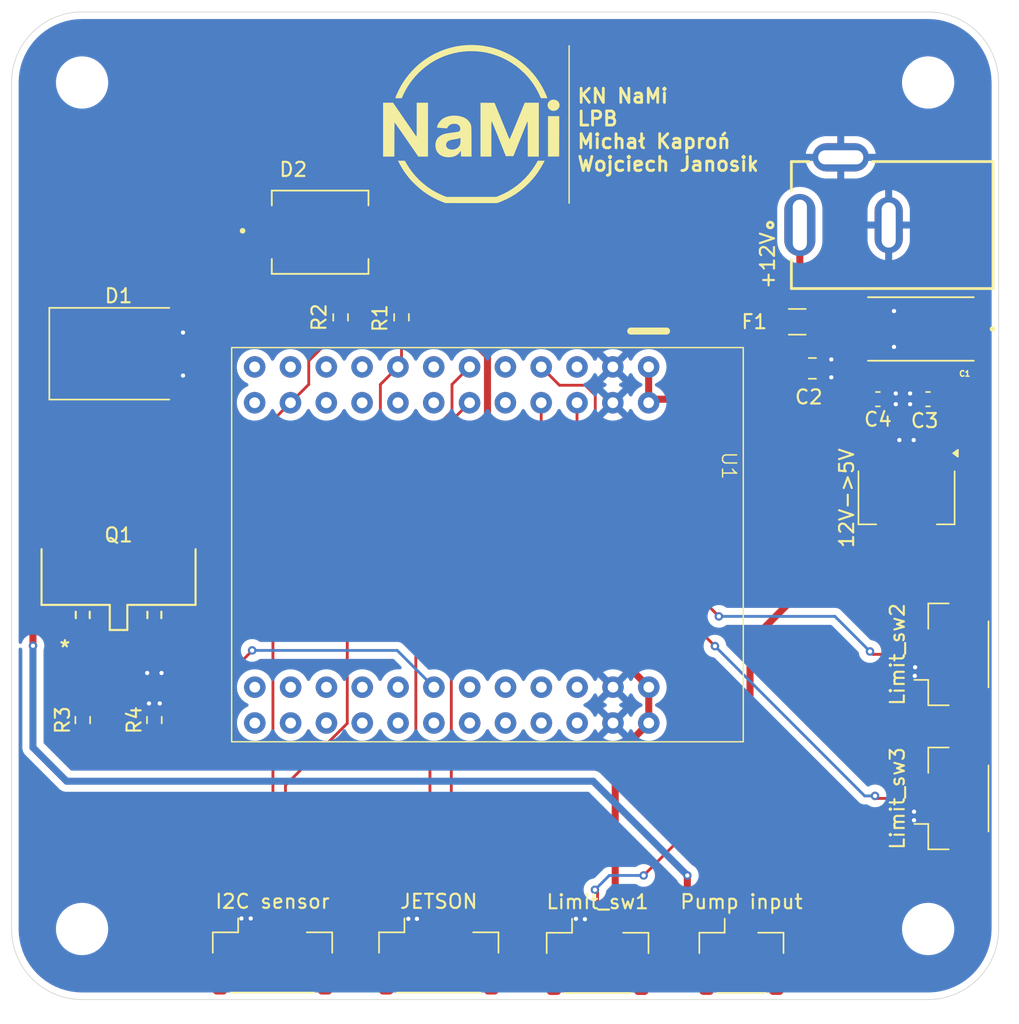
<source format=kicad_pcb>
(kicad_pcb (version 20241229) (generator "pcbnew") (generator_version "9.0")
  (layers (0 "F.Cu" signal) (2 "B.Cu" signal) (13 "F.Paste" user) (15 "B.Paste" user) (5 "F.SilkS" user "F.Silkscreen") (7 "B.SilkS" user "B.Silkscreen") (1 "F.Mask" user) (3 "B.Mask" user) (25 "Edge.Cuts" user))
  (net 0 "")
  (net 1 "+12V")
  (net 2 "GND")
  (net 3 "+3.3V")
  (net 4 "pump_minus")
  (net 5 "SCL_I2C1")
  (net 6 "Net-(Q1-G)")
  (net 7 "PWM_T2_CH1")
  (net 8 "SDA_I2C1")
  (net 9 "OutSignal1")
  (net 10 "UART_TX")
  (net 11 "UART_RX")
  (net 12 "OutSignal2")
  (net 13 "OutSignal3")
  (net 14 "Net-(F1-Pad1)")
  (net 34 "+5V")
  (footprint "litho_peripheral_board_footprints:NMOSGDS_D2PAK_INF" (layer "F.Cu") (at 132.588 92.075)
    (property "Reference" "Q1" (at 0 0 0) (layer "F.SilkS"))
    (property "Value" "IRLZ44N")
    (fp_text user "*" (at -3.81 8.001 0) (layer "F.SilkS"))
    (fp_text user "*" (at -3.81 8.001 0) (layer "F.SilkS"))
    (pad "1" smd rect (at -2.54 8.001) (size 1.0414 3.5052) (layers "F.Cu" "F.Mask" "F.Paste") (net 6 "Net-(Q1-G)"))
    (pad "2" smd rect (at 0 -3.1613) (size 10.7188 7.6962) (layers "F.Cu" "F.Mask" "F.Paste") (net 4 "pump_minus"))
    (pad "3" smd rect (at 2.54 8.001) (size 1.0414 3.5052) (layers "F.Cu" "F.Mask" "F.Paste") (net 2 "GND"))
  )
  (footprint "MountingHole:MountingHole_3.2mm_M3" (layer "F.Cu") (at 190 120)
    (property "Reference" "H4" (hide yes))
    (property "Value" "MountingHole" (hide yes))
    (pad "" np_thru_hole circle (at 0 0) (size 3.2 3.2) (drill 3.2) (layers "*.Cu" "*.Mask"))
  )
  (footprint "Connector_JST:JST_GH_SM04B-GHS-TB_1x04-1MP_P1.25mm_Horizontal" (layer "F.Cu") (at 143.504601 121.9454)
    (property "Reference" "I2C sensor" (at 0 -3.9 0) (layer "F.SilkS"))
    (property "Value" "I2C output")
    (pad "1" smd roundrect (at -1.874999 -1.85) (size 0.6 1.7) (layers "F.Cu" "F.Mask" "F.Paste") (net 2 "GND"))
    (pad "2" smd roundrect (at -0.625 -1.85) (size 0.6 1.7) (layers "F.Cu" "F.Mask" "F.Paste") (net 8 "SDA_I2C1"))
    (pad "3" smd roundrect (at 0.625 -1.85) (size 0.6 1.7) (layers "F.Cu" "F.Mask" "F.Paste") (net 5 "SCL_I2C1"))
    (pad "4" smd roundrect (at 1.875003 -1.849999) (size 0.6 1.7) (layers "F.Cu" "F.Mask" "F.Paste") (net 3 "+3.3V"))
    (pad "MP" smd roundrect (at -3.725 1.35) (size 1 2.7) (layers "F.Cu" "F.Mask" "F.Paste"))
    (pad "MP" smd roundrect (at 3.724999 1.35) (size 1 2.7) (layers "F.Cu" "F.Mask" "F.Paste"))
  )
  (footprint "MountingHole:MountingHole_3.2mm_M3" (layer "F.Cu") (at 130 120)
    (property "Reference" "H3" (hide yes))
    (property "Value" "MountingHole" (hide yes))
    (pad "" np_thru_hole circle (at 0 0) (size 3.2 3.2) (drill 3.2) (layers "*.Cu" "*.Mask"))
  )
  (footprint "litho_peripheral_board_footprints:logo_nami" (layer "F.Cu") (at 157.607 62.992)
    (property "Reference" "G***" (hide yes))
    (property "Value" "LOGO" (hide yes))
  )
  (footprint "Capacitor_SMD:C_0805_2012Metric" (layer "F.Cu") (at 181.791998 80.264001)
    (property "Reference" "C2" (at -0.254 2.032 0) (layer "F.SilkS"))
    (property "Value" "10u")
    (pad "1" smd roundrect (at -0.949998 0.000001) (size 1 1.45) (layers "F.Cu" "F.Mask" "F.Paste") (net 1 "+12V"))
    (pad "2" smd roundrect (at 0.949998 -0.000001) (size 1 1.45) (layers "F.Cu" "F.Mask" "F.Paste") (net 2 "GND"))
  )
  (footprint "Fuse:Fuse_1206_3216Metric" (layer "F.Cu") (at 180.718 76.962001)
    (property "Reference" "F1" (at -3.048 0 0) (layer "F.SilkS"))
    (property "Value" "Fuse")
    (pad "1" smd roundrect (at -1.4 0.000001) (size 1.25 1.75) (layers "F.Cu" "F.Mask" "F.Paste") (roundrect_rratio 0.2) (net 14 "Net-(F1-Pad1)"))
    (pad "2" smd roundrect (at 1.4 -0.000001) (size 1.25 1.75) (layers "F.Cu" "F.Mask" "F.Paste") (roundrect_rratio 0.2) (net 1 "+12V"))
  )
  (footprint "MountingHole:MountingHole_3.2mm_M3" (layer "F.Cu") (at 130 60)
    (property "Reference" "H1" (hide yes))
    (property "Value" "MountingHole" (hide yes))
    (pad "" np_thru_hole circle (at 0 0) (size 3.2 3.2) (drill 3.2) (layers "*.Cu" "*.Mask"))
  )
  (footprint "Resistor_SMD:R_0603_1608Metric" (layer "F.Cu") (at 135.128 105.194099 90)
    (property "Reference" "R4" (at 0 -1.43 90) (layer "F.SilkS"))
    (property "Value" "100k")
    (pad "1" smd roundrect (at -0.824999 0 90) (size 0.8 0.95) (layers "F.Cu" "F.Mask" "F.Paste") (net 6 "Net-(Q1-G)"))
    (pad "2" smd roundrect (at 0.824999 0 90) (size 0.8 0.95) (layers "F.Cu" "F.Mask" "F.Paste") (net 2 "GND"))
  )
  (footprint "litho_peripheral_board_footprints:GCT_DCJ200-10-A-XX-K_REVA" (layer "F.Cu") (at 187.452 70.104 90)
    (property "Reference" "+12V" (at -2.5146 -8.8392 90) (layer "F.SilkS"))
    (property "Value" "12V power supply")
    (pad "1" thru_hole oval (at 0 -6.55 90) (size 4.4 2.2) (drill oval 3.6 1) (layers "*.Cu" "*.Mask") (net 14 "Net-(F1-Pad1)"))
    (pad "2" thru_hole oval (at 0 -0.25 90) (size 4 2) (drill oval 3.2 1) (layers "*.Cu" "*.Mask") (net 2 "GND"))
    (pad "3" thru_hole oval (at 4.8 -3.65 90) (size 2 4) (drill oval 1 3.2) (layers "*.Cu" "*.Mask") (net 2 "GND"))
  )
  (footprint "Diode_SMD:D_SMC" (layer "F.Cu") (at 132.588 79.2231)
    (property "Reference" "D1" (at 0 -4.1 0) (layer "F.SilkS"))
    (property "Value" "Schottky_SS32")
    (pad "1" smd roundrect (at -3.4 0 90) (size 3.3 2.5) (layers "F.Cu" "F.Mask" "F.Paste") (roundrect_rratio 0.1) (net 4 "pump_minus"))
    (pad "2" smd roundrect (at 3.4 0 90) (size 3.3 2.5) (layers "F.Cu" "F.Mask" "F.Paste") (roundrect_rratio 0.1) (net 2 "GND"))
  )
  (footprint "Capacitor_SMD:C_0603_1608Metric" (layer "F.Cu") (at 189.993 82.448)
    (property "Reference" "C3" (at -0.241 1.524 0) (layer "F.SilkS"))
    (property "Value" "100n")
    (pad "1" smd roundrect (at -0.775 0) (size 0.9 0.95) (layers "F.Cu" "F.Mask" "F.Paste") (net 2 "GND"))
    (pad "2" smd roundrect (at 0.775 0) (size 0.9 0.95) (layers "F.Cu" "F.Mask" "F.Paste") (net 1 "+12V"))
  )
  (footprint "litho_peripheral_board_footprints:DIOM7959X262N" (layer "F.Cu") (at 146.883 70.612)
    (property "Reference" "D2" (at -1.905 -4.445 0) (layer "F.SilkS"))
    (property "Value" "S3G")
    (pad "1" smd roundrect (at -3.485 0) (size 2.18 3.12) (layers "F.Cu" "F.Mask" "F.Paste") (roundrect_rratio 0.125) (net 1 "+12V"))
    (pad "2" smd roundrect (at 3.485 0) (size 2.18 3.12) (layers "F.Cu" "F.Mask" "F.Paste") (roundrect_rratio 0.125) (net 4 "pump_minus"))
  )
  (footprint "Resistor_SMD:R_0603_1608Metric" (layer "F.Cu") (at 152.654 76.645001 -90)
    (property "Reference" "R1" (at 0.062999 1.524 90) (layer "F.SilkS"))
    (property "Value" "4,7k")
    (pad "1" smd roundrect (at -0.824999 0 270) (size 0.8 0.95) (layers "F.Cu" "F.Mask" "F.Paste") (net 3 "+3.3V"))
    (pad "2" smd roundrect (at 0.824999 0 270) (size 0.8 0.95) (layers "F.Cu" "F.Mask" "F.Paste") (net 5 "SCL_I2C1"))
  )
  (footprint "Connector_JST:JST_GH_SM03B-GHS-TB_1x03-1MP_P1.25mm_Horizontal" (layer "F.Cu") (at 191.7192 110.744 90)
    (property "Reference" "Limit_sw3" (at 0 -3.9 90) (layer "F.SilkS"))
    (property "Value" "Conn_01x03_Pin")
    (pad "1" smd roundrect (at -1.25 -1.85 90) (size 0.6 1.7) (layers "F.Cu" "F.Mask" "F.Paste") (net 2 "GND"))
    (pad "2" smd roundrect (at 0.000003 -1.850001 90) (size 0.6 1.7) (layers "F.Cu" "F.Mask" "F.Paste") (net 13 "OutSignal3"))
    (pad "3" smd roundrect (at 1.25 -1.85 90) (size 0.6 1.7) (layers "F.Cu" "F.Mask" "F.Paste") (net 3 "+3.3V"))
    (pad "MP" smd roundrect (at -3.1 1.35 90) (size 1 2.7) (layers "F.Cu" "F.Mask" "F.Paste"))
    (pad "MP" smd roundrect (at 3.1 1.35 90) (size 1 2.7) (layers "F.Cu" "F.Mask" "F.Paste"))
  )
  (footprint "litho_peripheral_board_footprints:CAPPM7343X310N" (layer "F.Cu") (at 189.484 77.47 180)
    (property "Reference" "C1" (at -3.109998 -3.170001 0) (layer "F.SilkS") (effects (font (size 0.393701 0.393701) (thickness 0.098425))))
    (property "Value" "100u")
    (pad "1" smd rect (at -3.1 0.000002 180) (size 2.31 2.52) (layers "F.Cu" "F.Mask" "F.Paste") (net 1 "+12V"))
    (pad "2" smd rect (at 3.1 -0.000002 180) (size 2.31 2.52) (layers "F.Cu" "F.Mask" "F.Paste") (net 2 "GND"))
  )
  (footprint "Connector_JST:JST_GH_SM03B-GHS-TB_1x03-1MP_P1.25mm_Horizontal" (layer "F.Cu") (at 166.559 121.9746)
    (property "Reference" "Limit_sw1" (at 0 -3.9 0) (layer "F.SilkS"))
    (property "Value" "Conn_01x03_Pin")
    (pad "1" smd roundrect (at -1.25 -1.85) (size 0.6 1.7) (layers "F.Cu" "F.Mask" "F.Paste") (net 2 "GND"))
    (pad "2" smd roundrect (at 0 -1.85) (size 0.6 1.7) (layers "F.Cu" "F.Mask" "F.Paste") (net 9 "OutSignal1"))
    (pad "3" smd roundrect (at 1.25 -1.85) (size 0.6 1.7) (layers "F.Cu" "F.Mask" "F.Paste") (net 3 "+3.3V"))
    (pad "MP" smd roundrect (at -3.1 1.35) (size 1 2.7) (layers "F.Cu" "F.Mask" "F.Paste"))
    (pad "MP" smd roundrect (at 3.1 1.35) (size 1 2.7) (layers "F.Cu" "F.Mask" "F.Paste"))
  )
  (footprint "Capacitor_SMD:C_0603_1608Metric" (layer "F.Cu") (at 186.437 82.448 180)
    (property "Reference" "C4" (at 0 -1.43 0) (layer "F.SilkS"))
    (property "Value" "100n")
    (pad "1" smd roundrect (at -0.775 0 180) (size 0.9 0.95) (layers "F.Cu" "F.Mask" "F.Paste") (net 2 "GND"))
    (pad "2" smd roundrect (at 0.775 0 180) (size 0.9 0.95) (layers "F.Cu" "F.Mask" "F.Paste") (net 34 "+5V"))
  )
  (footprint "Connector_JST:JST_GH_SM02B-GHS-TB_1x02-1MP_P1.25mm_Horizontal" (layer "F.Cu") (at 176.7586 121.9708)
    (property "Reference" "Pump input" (at 0 -3.9 0) (layer "F.SilkS"))
    (property "Value" "pump")
    (pad "1" smd roundrect (at -0.625 -1.85) (size 0.6 1.7) (layers "F.Cu" "F.Mask" "F.Paste") (net 4 "pump_minus"))
    (pad "2" smd roundrect (at 0.625 -1.85) (size 0.6 1.7) (layers "F.Cu" "F.Mask" "F.Paste") (net 1 "+12V"))
    (pad "MP" smd roundrect (at -2.475 1.35) (size 1 2.7) (layers "F.Cu" "F.Mask" "F.Paste"))
    (pad "MP" smd roundrect (at 2.475 1.35) (size 1 2.7) (layers "F.Cu" "F.Mask" "F.Paste"))
  )
  (footprint "Resistor_SMD:R_0603_1608Metric" (layer "F.Cu") (at 130.048 105.194099 90)
    (property "Reference" "R3" (at 0 -1.43 90) (layer "F.SilkS"))
    (property "Value" "100")
    (pad "1" smd roundrect (at -0.824999 0 90) (size 0.8 0.95) (layers "F.Cu" "F.Mask" "F.Paste") (net 7 "PWM_T2_CH1"))
    (pad "2" smd roundrect (at 0.824999 0 90) (size 0.8 0.95) (layers "F.Cu" "F.Mask" "F.Paste") (net 6 "Net-(Q1-G)"))
  )
  (footprint "Connector_JST:JST_GH_SM04B-GHS-TB_1x04-1MP_P1.25mm_Horizontal" (layer "F.Cu") (at 155.2956 121.9454)
    (property "Reference" "JETSON" (at 0 -3.9 0) (layer "F.SilkS"))
    (property "Value" "UART_OUTPUT")
    (pad "1" smd roundrect (at -1.875 -1.85) (size 0.6 1.7) (layers "F.Cu" "F.Mask" "F.Paste") (net 2 "GND"))
    (pad "2" smd roundrect (at -0.625 -1.85) (size 0.6 1.7) (layers "F.Cu" "F.Mask" "F.Paste") (net 10 "UART_TX"))
    (pad "3" smd roundrect (at 0.625 -1.85) (size 0.6 1.7) (layers "F.Cu" "F.Mask" "F.Paste") (net 11 "UART_RX"))
    (pad "4" smd roundrect (at 1.875 -1.85) (size 0.6 1.7) (layers "F.Cu" "F.Mask" "F.Paste") (net 3 "+3.3V"))
    (pad "MP" smd roundrect (at -3.725 1.35) (size 1 2.7) (layers "F.Cu" "F.Mask" "F.Paste"))
    (pad "MP" smd roundrect (at 3.725 1.35) (size 1 2.7) (layers "F.Cu" "F.Mask" "F.Paste"))
  )
  (footprint "Package_TO_SOT_SMD:SOT-223" (layer "F.Cu") (at 188.468 89.408 -90)
    (property "Reference" "12V->5V" (at 0.0508 4.2418 270) (layer "F.SilkS"))
    (property "Value" "~")
    (pad "1" smd roundrect (at -3.15 -2.3 270) (size 2 1.5) (layers "F.Cu" "F.Mask" "F.Paste") (net 1 "+12V"))
    (pad "2" smd roundrect (at -3.150001 0 270) (size 2 1.5) (layers "F.Cu" "F.Mask" "F.Paste") (net 2 "GND"))
    (pad "3" smd roundrect (at -3.150002 2.300001 270) (size 2 1.5) (layers "F.Cu" "F.Mask" "F.Paste") (net 34 "+5V"))
    (pad "4" smd roundrect (at 3.150001 0 270) (size 2 3.8) (layers "F.Cu" "F.Mask" "F.Paste"))
  )
  (footprint "Connector_JST:JST_GH_SM03B-GHS-TB_1x03-1MP_P1.25mm_Horizontal" (layer "F.Cu") (at 191.7192 100.5332 90)
    (property "Reference" "Limit_sw2" (at 0 -3.9 90) (layer "F.SilkS"))
    (property "Value" "Conn_01x03_Pin")
    (pad "1" smd roundrect (at -1.25 -1.85 90) (size 0.6 1.7) (layers "F.Cu" "F.Mask" "F.Paste") (net 2 "GND"))
    (pad "2" smd roundrect (at 0.000003 -1.850001 90) (size 0.6 1.7) (layers "F.Cu" "F.Mask" "F.Paste") (net 12 "OutSignal2"))
    (pad "3" smd roundrect (at 1.25 -1.85 90) (size 0.6 1.7) (layers "F.Cu" "F.Mask" "F.Paste") (net 3 "+3.3V"))
    (pad "MP" smd roundrect (at -3.1 1.35 90) (size 1 2.7) (layers "F.Cu" "F.Mask" "F.Paste"))
    (pad "MP" smd roundrect (at 3.1 1.35 90) (size 1 2.7) (layers "F.Cu" "F.Mask" "F.Paste"))
  )
  (footprint "Resistor_SMD:R_0603_1608Metric" (layer "F.Cu") (at 148.336 76.645001 -90)
    (property "Reference" "R2" (at 0 1.524 90) (layer "F.SilkS"))
    (property "Value" "4,7k")
    (pad "1" smd roundrect (at -0.824999 0 270) (size 0.8 0.95) (layers "F.Cu" "F.Mask" "F.Paste") (net 3 "+3.3V"))
    (pad "2" smd roundrect (at 0.824999 0 270) (size 0.8 0.95) (layers "F.Cu" "F.Mask" "F.Paste") (net 8 "SDA_I2C1"))
  )
  (footprint "litho_peripheral_board_footprints:STM32G474CoreBoard" (layer "F.Cu") (at 157.480001 92.859 -90)
    (property "Reference" "U1" (at -5.7 -18.4 270) (layer "F.SilkS") (effects (font (thickness 0.1))))
    (property "Value" "STM32G474CoreBoard")
    (pad "1" thru_hole circle (at -12.699999 -12.700001 270) (size 1.524 1.524) (drill 0.762) (layers "*.Cu" "*.Mask") (net 34 "+5V"))
    (pad "2" thru_hole circle (at -10.160002 -12.7 270) (size 1.524 1.524) (drill 0.762) (layers "*.Cu" "*.Mask") (net 34 "+5V"))
    (pad "3" thru_hole circle (at -12.699999 -10.160001 270) (size 1.524 1.524) (drill 0.762) (layers "*.Cu" "*.Mask") (net 2 "GND"))
    (pad "4" thru_hole circle (at -10.16 -10.16 270) (size 1.524 1.524) (drill 0.762) (layers "*.Cu" "*.Mask") (net 2 "GND"))
    (pad "5" thru_hole circle (at -12.7 -7.620001 270) (size 1.524 1.524) (drill 0.762) (layers "*.Cu" "*.Mask"))
    (pad "6" thru_hole circle (at -10.160002 -7.620002 270) (size 1.524 1.524) (drill 0.762) (layers "*.Cu" "*.Mask") (net 13 "OutSignal3"))
    (pad "7" thru_hole circle (at -12.7 -5.08 270) (size 1.524 1.524) (drill 0.762) (layers "*.Cu" "*.Mask") (net 12 "OutSignal2"))
    (pad "8" thru_hole circle (at -10.160001 -5.079999 270) (size 1.524 1.524) (drill 0.762) (layers "*.Cu" "*.Mask") (net 9 "OutSignal1"))
    (pad "9" thru_hole circle (at -12.700001 -2.539999 270) (size 1.524 1.524) (drill 0.762) (layers "*.Cu" "*.Mask"))
    (pad "10" thru_hole circle (at -10.160002 -2.54 270) (size 1.524 1.524) (drill 0.762) (layers "*.Cu" "*.Mask"))
    (pad "11" thru_hole circle (at -12.7 0 270) (size 1.524 1.524) (drill 0.762) (layers "*.Cu" "*.Mask") (net 10 "UART_TX"))
    (pad "12" thru_hole circle (at -10.16 0 270) (size 1.524 1.524) (drill 0.762) (layers "*.Cu" "*.Mask") (net 11 "UART_RX"))
    (pad "13" thru_hole circle (at -12.700001 2.54 270) (size 1.524 1.524) (drill 0.762) (layers "*.Cu" "*.Mask"))
    (pad "14" thru_hole circle (at -10.160001 2.539999 270) (size 1.524 1.524) (drill 0.762) (layers "*.Cu" "*.Mask"))
    (pad "15" thru_hole circle (at -12.699999 5.080001 270) (size 1.524 1.524) (drill 0.762) (layers "*.Cu" "*.Mask") (net 5 "SCL_I2C1"))
    (pad "16" thru_hole circle (at -10.16 5.080001 270) (size 1.524 1.524) (drill 0.762) (layers "*.Cu" "*.Mask"))
    (pad "17" thru_hole circle (at -12.700001 7.62 270) (size 1.524 1.524) (drill 0.762) (layers "*.Cu" "*.Mask"))
    (pad "18" thru_hole circle (at -10.160001 7.620002 270) (size 1.524 1.524) (drill 0.762) (layers "*.Cu" "*.Mask"))
    (pad "19" thru_hole circle (at -12.7 10.160002 270) (size 1.524 1.524) (drill 0.762) (layers "*.Cu" "*.Mask"))
    (pad "20" thru_hole circle (at -10.16 10.16 270) (size 1.524 1.524) (drill 0.762) (layers "*.Cu" "*.Mask"))
    (pad "21" thru_hole circle (at -12.700001 12.699999 270) (size 1.524 1.524) (drill 0.762) (layers "*.Cu" "*.Mask"))
    (pad "22" thru_hole circle (at -10.160001 12.699999 270) (size 1.524 1.524) (drill 0.762) (layers "*.Cu" "*.Mask") (net 8 "SDA_I2C1"))
    (pad "23" thru_hole circle (at -12.700001 15.24 270) (size 1.524 1.524) (drill 0.762) (layers "*.Cu" "*.Mask"))
    (pad "24" thru_hole circle (at -10.160001 15.24 270) (size 1.524 1.524) (drill 0.762) (layers "*.Cu" "*.Mask"))
    (pad "25" thru_hole circle (at 10 -12.71 270) (size 1.524 1.524) (drill 0.762) (layers "*.Cu" "*.Mask") (net 3 "+3.3V"))
    (pad "26" thru_hole circle (at 12.54 -12.71 270) (size 1.524 1.524) (drill 0.762) (layers "*.Cu" "*.Mask") (net 3 "+3.3V"))
    (pad "27" thru_hole circle (at 10 -10.17 270) (size 1.524 1.524) (drill 0.762) (layers "*.Cu" "*.Mask") (net 2 "GND"))
    (pad "28" thru_hole circle (at 12.54 -10.17 270) (size 1.524 1.524) (drill 0.762) (layers "*.Cu" "*.Mask") (net 2 "GND"))
    (pad "29" thru_hole circle (at 10 -7.63 270) (size 1.524 1.524) (drill 0.762) (layers "*.Cu" "*.Mask"))
    (pad "30" thru_hole circle (at 12.539997 -7.629999 270) (size 1.524 1.524) (drill 0.762) (layers "*.Cu" "*.Mask"))
    (pad "31" thru_hole circle (at 10 -5.09 270) (size 1.524 1.524) (drill 0.762) (layers "*.Cu" "*.Mask"))
    (pad "32" thru_hole circle (at 12.540002 -5.089998 270) (size 1.524 1.524) (drill 0.762) (layers "*.Cu" "*.Mask"))
    (pad "33" thru_hole circle (at 10 -2.55 270) (size 1.524 1.524) (drill 0.762) (layers "*.Cu" "*.Mask"))
    (pad "34" thru_hole circle (at 12.540001 -2.55 270) (size 1.524 1.524) (drill 0.762) (layers "*.Cu" "*.Mask"))
    (pad "35" thru_hole circle (at 10 -0.01 270) (size 1.524 1.524) (drill 0.762) (layers "*.Cu" "*.Mask"))
    (pad "36" thru_hole circle (at 12.54 -0.009998 270) (size 1.524 1.524) (drill 0.762) (layers "*.Cu" "*.Mask"))
    (pad "37" thru_hole circle (at 10 2.530001 270) (size 1.524 1.524) (drill 0.762) (layers "*.Cu" "*.Mask") (net 7 "PWM_T2_CH1"))
    (pad "38" thru_hole circle (at 12.54 2.53 270) (size 1.524 1.524) (drill 0.762) (layers "*.Cu" "*.Mask"))
    (pad "39" thru_hole circle (at 10 5.070001 270) (size 1.524 1.524) (drill 0.762) (layers "*.Cu" "*.Mask"))
    (pad "40" thru_hole circle (at 12.54 5.07 270) (size 1.524 1.524) (drill 0.762) (layers "*.Cu" "*.Mask"))
    (pad "41" thru_hole circle (at 10.000001 7.609998 270) (size 1.524 1.524) (drill 0.762) (layers "*.Cu" "*.Mask"))
    (pad "42" thru_hole circle (at 12.539998 7.609999 270) (size 1.524 1.524) (drill 0.762) (layers "*.Cu" "*.Mask"))
    (pad "43" thru_hole circle (at 10.000001 10.15 270) (size 1.524 1.524) (drill 0.762) (layers "*.Cu" "*.Mask"))
    (pad "44" thru_hole circle (at 12.540001 10.150001 270) (size 1.524 1.524) (drill 0.762) (layers "*.Cu" "*.Mask"))
    (pad "45" thru_hole circle (at 10.000001 12.690001 270) (size 1.524 1.524) (drill 0.762) (layers "*.Cu" "*.Mask"))
    (pad "46" thru_hole circle (at 12.54 12.689999 270) (size 1.524 1.524) (drill 0.762) (layers "*.Cu" "*.Mask"))
    (pad "47" thru_hole circle (at 10 15.230001 270) (size 1.524 1.524) (drill 0.762) (layers "*.Cu" "*.Mask"))
    (pad "48" thru_hole circle (at 12.540001 15.23 270) (size 1.524 1.524) (drill 0.762) (layers "*.Cu" "*.Mask"))
  )
  (footprint "MountingHole:MountingHole_3.2mm_M3" (layer "F.Cu") (at 190 60)
    (property "Reference" "H2" (hide yes))
    (property "Value" "MountingHole" (hide yes))
    (pad "" np_thru_hole circle (at 0 0) (size 3.2 3.2) (drill 3.2) (layers "*.Cu" "*.Mask"))
  )
  (gr_line (start 164.5412 57.404) (end 164.5412 68.5546) (stroke (width 0.1)) (layer "F.SilkS"))
  (gr_line (start 190 55) (end 130 55) (stroke (width 0.05)) (layer "Edge.Cuts"))
  (gr_arc (start 195 120) (mid 193.535534 123.535534) (end 190 125) (stroke (width 0.05)) (layer "Edge.Cuts"))
  (gr_arc (start 125 60) (mid 126.464466 56.464466) (end 130 55) (stroke (width 0.05)) (layer "Edge.Cuts"))
  (gr_arc (start 130 125) (mid 126.464466 123.535534) (end 125 120) (stroke (width 0.05)) (layer "Edge.Cuts"))
  (gr_line (start 195 120) (end 195 60) (stroke (width 0.05)) (layer "Edge.Cuts"))
  (gr_arc (start 190 55) (mid 193.535534 56.464466) (end 195 60) (stroke (width 0.05)) (layer "Edge.Cuts"))
  (gr_line (start 125 60) (end 125 120) (stroke (width 0.05)) (layer "Edge.Cuts"))
  (gr_line (start 130 125) (end 190 125) (stroke (width 0.05)) (layer "Edge.Cuts"))
  (gr_text "KN NaMi\nLPB\nMichał Kaproń\nWojciech Janosik" (at 165.0238 66.3702 0) (layer "F.SilkS") (effects (font (size 1 1) (thickness 0.2) (bold yes)) (justify left bottom)))
  (segment (start 178.155602 80.264002) (end 180.842 80.264002) (width 0.5) (layer "F.Cu") (net 1))
  (segment (start 182.118 76.962) (end 184.6072 74.4728) (width 0.5) (layer "F.Cu") (net 1))
  (segment (start 164.8206 66.929) (end 178.155602 80.264002) (width 0.5) (layer "F.Cu") (net 1))
  (segment (start 192.584 80.632) (end 190.768 82.448) (width 0.5) (layer "F.Cu") (net 1))
  (segment (start 184.6072 74.4728) (end 189.586802 74.4728) (width 0.5) (layer "F.Cu") (net 1))
  (segment (start 190.768 82.448) (end 190.768 86.258) (width 0.5) (layer "F.Cu") (net 1))
  (segment (start 182.118 78.988002) (end 180.842 80.264002) (width 0.5) (layer "F.Cu") (net 1))
  (segment (start 147.081 66.929) (end 164.8206 66.929) (width 0.5) (layer "F.Cu") (net 1))
  (segment (start 192.584 77.469998) (end 192.584 80.632) (width 0.5) (layer "F.Cu") (net 1))
  (segment (start 190.768 86.258) (end 177.3694 99.6566) (width 0.5) (layer "F.Cu") (net 1))
  (segment (start 189.586802 74.4728) (end 192.584 77.469998) (width 0.5) (layer "F.Cu") (net 1))
  (segment (start 143.398 70.612) (end 147.081 66.929) (width 0.5) (layer "F.Cu") (net 1))
  (segment (start 182.118 76.962) (end 182.118 78.988002) (width 0.5) (layer "F.Cu") (net 1))
  (segment (start 177.3694 99.6566) (end 177.3694 120.3202) (width 0.5) (layer "F.Cu") (net 1))
  (via (at 189.0014 112.2934) (size 0.6) (drill 0.3) (layers "F.Cu" "B.Cu") (net 2))
  (via (at 183.134 79.629) (size 0.6) (drill 0.3) (layers "F.Cu" "B.Cu") (net 2))
  (via (at 137.16 77.724) (size 0.6) (drill 0.3) (layers "F.Cu" "B.Cu") (net 2))
  (via (at 134.747 104.013) (size 0.6) (drill 0.3) (layers "F.Cu" "B.Cu") (net 2))
  (via (at 187.96 85.344) (size 0.6) (drill 0.3) (layers "F.Cu" "B.Cu") (net 2))
  (via (at 187.706 82.042) (size 0.6) (drill 0.3) (layers "F.Cu" "B.Cu") (net 2))
  (via (at 153.7462 119.2784) (size 0.6) (drill 0.3) (layers "F.Cu" "B.Cu") (net 2))
  (via (at 189.0522 102.0572) (size 0.6) (drill 0.3) (layers "F.Cu" "B.Cu") (net 2))
  (via (at 137.16 80.772) (size 0.6) (drill 0.3) (layers "F.Cu" "B.Cu") (net 2))
  (via (at 187.706 82.804) (size 0.6) (drill 0.3) (layers "F.Cu" "B.Cu") (net 2))
  (via (at 187.579 76.2) (size 0.6) (drill 0.3) (layers "F.Cu" "B.Cu") (net 2))
  (via (at 153.1366 119.2784) (size 0.6) (drill 0.3) (layers "F.Cu" "B.Cu") (net 2))
  (via (at 141.3002 119.253) (size 0.6) (drill 0.3) (layers "F.Cu" "B.Cu") (net 2))
  (via (at 189.0014 111.6838) (size 0.6) (drill 0.3) (layers "F.Cu" "B.Cu") (net 2))
  (via (at 188.722 82.804) (size 0.6) (drill 0.3) (layers "F.Cu" "B.Cu") (net 2))
  (via (at 134.62 101.854) (size 0.6) (drill 0.3) (layers "F.Cu" "B.Cu") (net 2))
  (via (at 165.0238 119.2784) (size 0.6) (drill 0.3) (layers "F.Cu" "B.Cu") (net 2))
  (via (at 187.579 78.74) (size 0.6) (drill 0.3) (layers "F.Cu" "B.Cu") (net 2))
  (via (at 183.134 80.899) (size 0.6) (drill 0.3) (layers "F.Cu" "B.Cu") (net 2))
  (via (at 188.722 82.042) (size 0.6) (drill 0.3) (layers "F.Cu" "B.Cu") (net 2))
  (via (at 188.976 85.344) (size 0.6) (drill 0.3) (layers "F.Cu" "B.Cu") (net 2))
  (via (at 189.0776 101.4476) (size 0.6) (drill 0.3) (layers "F.Cu" "B.Cu") (net 2))
  (via (at 135.636 101.854) (size 0.6) (drill 0.3) (layers "F.Cu" "B.Cu") (net 2))
  (via (at 165.6588 119.3038) (size 0.6) (drill 0.3) (layers "F.Cu" "B.Cu") (net 2))
  (via (at 135.509 104.013) (size 0.6) (drill 0.3) (layers "F.Cu" "B.Cu") (net 2))
  (via (at 141.9606 119.253) (size 0.6) (drill 0.3) (layers "F.Cu" "B.Cu") (net 2))
  (segment (start 189.8692 104.0088) (end 189.8692 109.494) (width 0.5) (layer "F.Cu") (net 3))
  (segment (start 158.5008 121.4256) (end 166.9621 121.4256) (width 0.5) (layer "F.Cu") (net 3))
  (segment (start 167.809 120.1246) (end 167.809 107.780001) (width 0.5) (layer "F.Cu") (net 3))
  (segment (start 158.75 79.375) (end 158.75 91.418999) (width 0.5) (layer "F.Cu") (net 3))
  (segment (start 169.1472 121.4628) (end 167.809 120.1246) (width 0.5) (layer "F.Cu") (net 3))
  (segment (start 152.654 75.820002) (end 155.195002 75.820002) (width 0.5) (layer "F.Cu") (net 3))
  (segment (start 189.8692 109.494) (end 190.719199 109.494) (width 0.5) (layer "F.Cu") (net 3))
  (segment (start 158.75 91.418999) (end 170.190001 102.859) (width 0.5) (layer "F.Cu") (net 3))
  (segment (start 145.379604 120.095401) (end 146.721603 121.4374) (width 0.5) (layer "F.Cu") (net 3))
  (segment (start 182.3466 121.4628) (end 169.1472 121.4628) (width 0.5) (layer "F.Cu") (net 3))
  (segment (start 191.7446 102.1334) (end 189.8692 104.0088) (width 0.5) (layer "F.Cu") (net 3))
  (segment (start 157.1706 120.9086) (end 157.1706 120.0954) (width 0.5) (layer "F.Cu") (net 3))
  (segment (start 167.809 120.5787) (end 167.809 120.1246) (width 0.5) (layer "F.Cu") (net 3))
  (segment (start 148.336 75.820002) (end 152.654 75.820002) (width 0.5) (layer "F.Cu") (net 3))
  (segment (start 190.719199 99.2832) (end 191.7446 100.308601) (width 0.5) (layer "F.Cu") (net 3))
  (segment (start 156.6418 121.4374) (end 157.1706 120.9086) (width 0.5) (layer "F.Cu") (net 3))
  (segment (start 191.7446 100.308601) (end 191.7446 102.1334) (width 0.5) (layer "F.Cu") (net 3))
  (segment (start 189.8692 99.2832) (end 190.719199 99.2832) (width 0.5) (layer "F.Cu") (net 3))
  (segment (start 170.190001 102.859) (end 170.190001 105.399) (width 0.5) (layer "F.Cu") (net 3))
  (segment (start 166.9621 121.4256) (end 167.809 120.5787) (width 0.5) (layer "F.Cu") (net 3))
  (segment (start 146.721603 121.4374) (end 156.6418 121.4374) (width 0.5) (layer "F.Cu") (net 3))
  (segment (start 190.719199 109.494) (end 191.3128 110.087601) (width 0.5) (layer "F.Cu") (net 3))
  (segment (start 157.1706 120.0954) (end 158.5008 121.4256) (width 0.5) (layer "F.Cu") (net 3))
  (segment (start 191.3128 112.4966) (end 182.3466 121.4628) (width 0.5) (layer "F.Cu") (net 3))
  (segment (start 191.3128 110.087601) (end 191.3128 112.4966) (width 0.5) (layer "F.Cu") (net 3))
  (segment (start 167.809 107.780001) (end 170.190001 105.399) (width 0.5) (layer "F.Cu") (net 3))
  (segment (start 155.195002 75.820002) (end 158.75 79.375) (width 0.5) (layer "F.Cu") (net 3))
  (segment (start 133.8367 74.5744) (end 146.4056 74.5744) (width 0.5) (layer "F.Cu") (net 4))
  (segment (start 129.188 85.5137) (end 132.588 88.9137) (width 0.5) (layer "F.Cu") (net 4))
  (segment (start 176.1336 120.1208) (end 175.92 120.1208) (width 0.5) (layer "F.Cu") (net 4))
  (segment (start 132.588 88.9137) (end 132.588 89.535) (width 0.5) (layer "F.Cu") (net 4))
  (segment (start 146.4056 74.5744) (end 150.368 70.612) (width 0.5) (layer "F.Cu") (net 4))
  (segment (start 175.92 120.1208) (end 172.9232 117.124) (width 0.5) (layer "F.Cu") (net 4))
  (segment (start 132.588 89.535) (end 132.8928 89.8398) (width 0.5) (layer "F.Cu") (net 4))
  (segment (start 126.5174 99.9236) (end 126.5174 95.758) (width 0.5) (layer "F.Cu") (net 4))
  (segment (start 129.188 79.2231) (end 129.188 85.5137) (width 0.5) (layer "F.Cu") (net 4))
  (segment (start 129.188 79.2231) (end 133.8367 74.5744) (width 0.5) (layer "F.Cu") (net 4))
  (segment (start 172.9232 117.124) (end 172.9232 116.205) (width 0.5) (layer "F.Cu") (net 4))
  (segment (start 132.588 89.6874) (end 132.588 88.9137) (width 0.5) (layer "F.Cu") (net 4))
  (segment (start 126.5174 95.758) (end 132.588 89.6874) (width 0.5) (layer "F.Cu") (net 4))
  (via (at 126.5174 99.9236) (size 0.6) (drill 0.3) (layers "F.Cu" "B.Cu") (net 4))
  (via (at 172.9232 116.205) (size 0.6) (drill 0.3) (layers "F.Cu" "B.Cu") (net 4))
  (segment (start 166.243 109.5248) (end 128.905 109.5248) (width 0.5) (layer "B.Cu") (net 4))
  (segment (start 128.905 109.5248) (end 126.5174 107.1372) (width 0.5) (layer "B.Cu") (net 4))
  (segment (start 172.9232 116.205) (end 166.243 109.5248) (width 0.5) (layer "B.Cu") (net 4))
  (segment (start 126.5174 107.1372) (end 126.5174 99.9236) (width 0.5) (layer "B.Cu") (net 4))
  (segment (start 151.1554 81.403601) (end 152.4 80.159001) (width 0.2) (layer "F.Cu") (net 5))
  (segment (start 152.654 79.905001) (end 152.4 80.159001) (width 0.2) (layer "F.Cu") (net 5))
  (segment (start 152.654 77.47) (end 152.654 79.905001) (width 0.2) (layer "F.Cu") (net 5))
  (segment (start 144.4244 109.807911) (end 148.807002 105.425309) (width 0.2) (layer "F.Cu") (net 5))
  (segment (start 144.129601 120.0954) (end 144.4244 119.800601) (width 0.2) (layer "F.Cu") (net 5))
  (segment (start 151.1554 84.836) (end 151.1554 81.403601) (width 0.2) (layer "F.Cu") (net 5))
  (segment (start 148.807002 87.184398) (end 151.1554 84.836) (width 0.2) (layer "F.Cu") (net 5))
  (segment (start 144.4244 119.800601) (end 144.4244 109.807911) (width 0.2) (layer "F.Cu") (net 5))
  (segment (start 148.807002 105.425309) (end 148.807002 87.184398) (width 0.2) (layer "F.Cu") (net 5))
  (segment (start 130.048 100.076) (end 130.048 104.3691) (width 0.2) (layer "F.Cu") (net 6))
  (segment (start 130.048 104.3691) (end 133.478002 104.3691) (width 0.2) (layer "F.Cu") (net 6))
  (segment (start 133.478002 104.3691) (end 135.128 106.019098) (width 0.2) (layer "F.Cu") (net 6))
  (segment (start 142.0622 100.273962) (end 142.0622 100.2538) (width 0.2) (layer "F.Cu") (net 7))
  (segment (start 130.749 106.720098) (end 135.616064 106.720098) (width 0.2) (layer "F.Cu") (net 7))
  (segment (start 130.048 106.019098) (end 130.749 106.720098) (width 0.2) (layer "F.Cu") (net 7))
  (segment (start 135.616064 106.720098) (end 142.0622 100.273962) (width 0.2) (layer "F.Cu") (net 7))
  (via (at 142.0622 100.2538) (size 0.6) (drill 0.3) (layers "F.Cu" "B.Cu") (net 7))
  (segment (start 152.3448 100.2538) (end 154.95 102.859) (width 0.2) (layer "B.Cu") (net 7))
  (segment (start 142.0622 100.2538) (end 152.3448 100.2538) (width 0.2) (layer "B.Cu") (net 7))
  (segment (start 143.5354 83.943601) (end 143.5354 118.589602) (width 0.2) (layer "F.Cu") (net 8))
  (segment (start 144.780002 82.698999) (end 143.5354 83.943601) (width 0.2) (layer "F.Cu") (net 8))
  (segment (start 143.5354 118.589602) (end 142.879601 119.245401) (width 0.2) (layer "F.Cu") (net 8))
  (segment (start 142.879601 119.245401) (end 142.879601 120.0954) (width 0.2) (layer "F.Cu") (net 8))
  (segment (start 146.0754 81.403601) (end 146.0754 79.7306) (width 0.2) (layer "F.Cu") (net 8))
  (segment (start 146.0754 79.7306) (end 148.336 77.47) (width 0.2) (layer "F.Cu") (net 8))
  (segment (start 144.780002 82.698999) (end 146.0754 81.403601) (width 0.2) (layer "F.Cu") (net 8))
  (segment (start 172.1358 113.8936) (end 169.8244 116.205) (width 0.2) (layer "F.Cu") (net 9))
  (segment (start 162.56 92.9386) (end 172.1358 102.5144) (width 0.2) (layer "F.Cu") (net 9))
  (segment (start 162.56 82.698999) (end 162.56 92.9386) (width 0.2) (layer "F.Cu") (net 9))
  (segment (start 166.559 117.41) (end 166.559 120.1246) (width 0.2) (layer "F.Cu") (net 9))
  (segment (start 166.37 117.221) (end 166.559 117.41) (width 0.2) (layer "F.Cu") (net 9))
  (segment (start 172.1358 102.5144) (end 172.1358 113.8936) (width 0.2) (layer "F.Cu") (net 9))
  (via (at 166.37 117.221) (size 0.6) (drill 0.3) (layers "F.Cu" "B.Cu") (net 9))
  (via (at 169.8244 116.205) (size 0.6) (drill 0.3) (layers "F.Cu" "B.Cu") (net 9))
  (segment (start 169.8244 116.205) (end 167.386 116.205) (width 0.2) (layer "B.Cu") (net 9))
  (segment (start 167.386 116.205) (end 166.37 117.221) (width 0.2) (layer "B.Cu") (net 9))
  (segment (start 154.6706 120.0954) (end 154.6706 108.0108) (width 0.2) (layer "F.Cu") (net 10))
  (segment (start 154.6706 108.0108) (end 153.67 107.0102) (width 0.2) (layer "F.Cu") (net 10))
  (segment (start 153.67 107.0102) (end 153.67 85.852) (width 0.2) (layer "F.Cu") (net 10))
  (segment (start 153.67 85.852) (end 156.2354 83.2866) (width 0.2) (layer "F.Cu") (net 10))
  (segment (start 156.2354 81.403601) (end 157.480001 80.159) (width 0.2) (layer "F.Cu") (net 10))
  (segment (start 156.2354 83.2866) (end 156.2354 81.403601) (width 0.2) (layer "F.Cu") (net 10))
  (segment (start 156.1846 110.998) (end 155.9206 111.262) (width 0.2) (layer "F.Cu") (net 11))
  (segment (start 155.9206 111.262) (end 155.9206 120.0954) (width 0.2) (layer "F.Cu") (net 11))
  (segment (start 156.1846 83.994401) (end 156.1846 110.998) (width 0.2) (layer "F.Cu") (net 11))
  (segment (start 157.480001 82.699) (end 156.1846 83.994401) (width 0.2) (layer "F.Cu") (net 11))
  (segment (start 165.6842 81.4578) (end 166.3954 82.169) (width 0.2) (layer "F.Cu") (net 12))
  (segment (start 166.3954 82.169) (end 166.3954 89.0778) (width 0.2) (layer "F.Cu") (net 12))
  (segment (start 186.080397 100.533197) (end 189.869199 100.533197) (width 0.2) (layer "F.Cu") (net 12))
  (segment (start 162.560001 80.159) (end 163.858801 81.4578) (width 0.2) (layer "F.Cu") (net 12))
  (segment (start 163.858801 81.4578) (end 165.6842 81.4578) (width 0.2) (layer "F.Cu") (net 12))
  (segment (start 185.8772 100.33) (end 186.080397 100.533197) (width 0.2) (layer "F.Cu") (net 12))
  (segment (start 166.3954 89.0778) (end 175.1584 97.8408) (width 0.2) (layer "F.Cu") (net 12))
  (via (at 175.1584 97.8408) (size 0.6) (drill 0.3) (layers "F.Cu" "B.Cu") (net 12))
  (via (at 185.8772 100.33) (size 0.6) (drill 0.3) (layers "F.Cu" "B.Cu") (net 12))
  (segment (start 183.388 97.8408) (end 185.8772 100.33) (width 0.2) (layer "B.Cu") (net 12))
  (segment (start 175.1584 97.8408) (end 183.388 97.8408) (width 0.2) (layer "B.Cu") (net 12))
  (segment (start 186.410597 110.743997) (end 189.869199 110.743997) (width 0.2) (layer "F.Cu") (net 13))
  (segment (start 186.2328 110.5662) (end 186.410597 110.743997) (width 0.2) (layer "F.Cu") (net 13))
  (segment (start 165.100003 82.698998) (end 165.100003 90.170003) (width 0.2) (layer "F.Cu") (net 13))
  (segment (start 165.100003 90.170003) (end 174.879 99.949) (width 0.2) (layer "F.Cu") (net 13))
  (via (at 186.2328 110.5662) (size 0.6) (drill 0.3) (layers "F.Cu" "B.Cu") (net 13))
  (via (at 174.879 99.949) (size 0.6) (drill 0.3) (layers "F.Cu" "B.Cu") (net 13))
  (segment (start 185.4962 110.5662) (end 186.2328 110.5662) (width 0.2) (layer "B.Cu") (net 13))
  (segment (start 174.879 99.949) (end 185.4962 110.5662) (width 0.2) (layer "B.Cu") (net 13))
  (segment (start 180.902 70.104) (end 180.902 75.378002) (width 0.5) (layer "F.Cu") (net 14))
  (segment (start 180.902 75.378002) (end 179.318 76.962002) (width 0.5) (layer "F.Cu") (net 14))
  (segment (start 170.180002 80.159001) (end 170.180001 82.698998) (width 0.5) (layer "F.Cu") (net 34))
  (segment (start 185.662 82.448) (end 170.430999 82.448) (width 0.5) (layer "F.Cu") (net 34))
  (segment (start 170.430999 82.448) (end 170.180001 82.698998) (width 0.5) (layer "F.Cu") (net 34))
  (segment (start 186.167999 82.953999) (end 185.662 82.448) (width 0.5) (layer "F.Cu") (net 34))
  (segment (start 186.167999 86.257998) (end 186.167999 82.953999) (width 0.5) (layer "F.Cu") (net 34))
  (zone (net 2) (net_name "GND") (layer "B.Cu") (connect_pads (clearance 0.5)) (min_thickness 0.25) (fill yes (thermal_gap 0.5) (thermal_bridge_width 0.5))
    (polygon (pts (xy 124.2568 54.1528) (xy 195.6562 54.1528) (xy 195.5292 125.7808) (xy 124.1806 125.7808)))
  )
)
</source>
